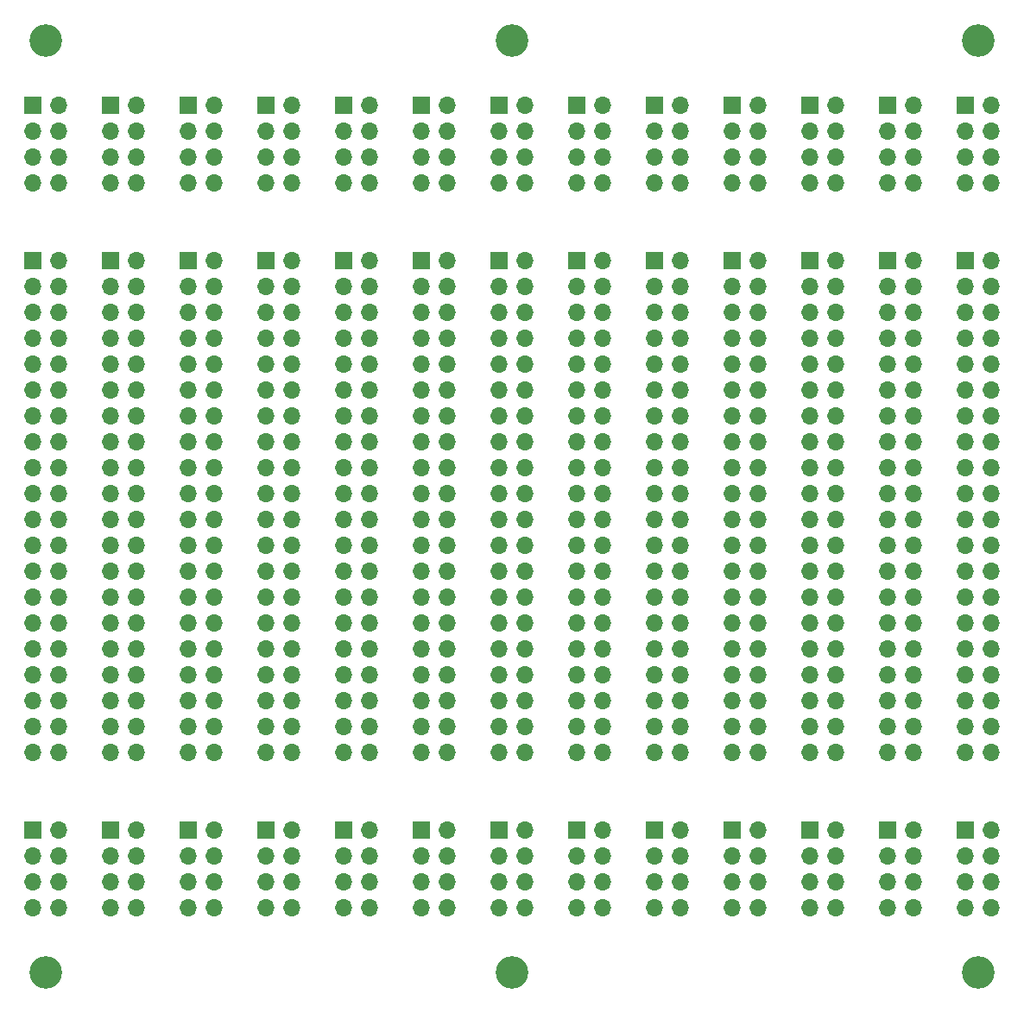
<source format=gbr>
%TF.GenerationSoftware,KiCad,Pcbnew,(5.1.9)-1*%
%TF.CreationDate,2021-05-23T10:03:25-04:00*%
%TF.ProjectId,main,6d61696e-2e6b-4696-9361-645f70636258,rev?*%
%TF.SameCoordinates,Original*%
%TF.FileFunction,Soldermask,Bot*%
%TF.FilePolarity,Negative*%
%FSLAX46Y46*%
G04 Gerber Fmt 4.6, Leading zero omitted, Abs format (unit mm)*
G04 Created by KiCad (PCBNEW (5.1.9)-1) date 2021-05-23 10:03:25*
%MOMM*%
%LPD*%
G01*
G04 APERTURE LIST*
%ADD10C,3.200000*%
%ADD11O,1.700000X1.700000*%
%ADD12R,1.700000X1.700000*%
G04 APERTURE END LIST*
D10*
%TO.C,H6*%
X69850000Y-16510000D03*
%TD*%
%TO.C,H5*%
X115570000Y-107950000D03*
%TD*%
%TO.C,H4*%
X115570000Y-16510000D03*
%TD*%
%TO.C,H3*%
X69850000Y-107950000D03*
%TD*%
%TO.C,H2*%
X24130000Y-16510000D03*
%TD*%
%TO.C,H1*%
X24130000Y-107950000D03*
%TD*%
D11*
%TO.C,J39*%
X116840000Y-101600000D03*
X114300000Y-101600000D03*
X116840000Y-99060000D03*
X114300000Y-99060000D03*
X116840000Y-96520000D03*
X114300000Y-96520000D03*
X116840000Y-93980000D03*
D12*
X114300000Y-93980000D03*
%TD*%
D11*
%TO.C,J38*%
X48260000Y-86360000D03*
X45720000Y-86360000D03*
X48260000Y-83820000D03*
X45720000Y-83820000D03*
X48260000Y-81280000D03*
X45720000Y-81280000D03*
X48260000Y-78740000D03*
X45720000Y-78740000D03*
X48260000Y-76200000D03*
X45720000Y-76200000D03*
X48260000Y-73660000D03*
X45720000Y-73660000D03*
X48260000Y-71120000D03*
X45720000Y-71120000D03*
X48260000Y-68580000D03*
X45720000Y-68580000D03*
X48260000Y-66040000D03*
X45720000Y-66040000D03*
X48260000Y-63500000D03*
X45720000Y-63500000D03*
X48260000Y-60960000D03*
X45720000Y-60960000D03*
X48260000Y-58420000D03*
X45720000Y-58420000D03*
X48260000Y-55880000D03*
X45720000Y-55880000D03*
X48260000Y-53340000D03*
X45720000Y-53340000D03*
X48260000Y-50800000D03*
X45720000Y-50800000D03*
X48260000Y-48260000D03*
X45720000Y-48260000D03*
X48260000Y-45720000D03*
X45720000Y-45720000D03*
X48260000Y-43180000D03*
X45720000Y-43180000D03*
X48260000Y-40640000D03*
X45720000Y-40640000D03*
X48260000Y-38100000D03*
D12*
X45720000Y-38100000D03*
%TD*%
D11*
%TO.C,J37*%
X116840000Y-30480000D03*
X114300000Y-30480000D03*
X116840000Y-27940000D03*
X114300000Y-27940000D03*
X116840000Y-25400000D03*
X114300000Y-25400000D03*
X116840000Y-22860000D03*
D12*
X114300000Y-22860000D03*
%TD*%
D11*
%TO.C,J29*%
X116840000Y-86360000D03*
X114300000Y-86360000D03*
X116840000Y-83820000D03*
X114300000Y-83820000D03*
X116840000Y-81280000D03*
X114300000Y-81280000D03*
X116840000Y-78740000D03*
X114300000Y-78740000D03*
X116840000Y-76200000D03*
X114300000Y-76200000D03*
X116840000Y-73660000D03*
X114300000Y-73660000D03*
X116840000Y-71120000D03*
X114300000Y-71120000D03*
X116840000Y-68580000D03*
X114300000Y-68580000D03*
X116840000Y-66040000D03*
X114300000Y-66040000D03*
X116840000Y-63500000D03*
X114300000Y-63500000D03*
X116840000Y-60960000D03*
X114300000Y-60960000D03*
X116840000Y-58420000D03*
X114300000Y-58420000D03*
X116840000Y-55880000D03*
X114300000Y-55880000D03*
X116840000Y-53340000D03*
X114300000Y-53340000D03*
X116840000Y-50800000D03*
X114300000Y-50800000D03*
X116840000Y-48260000D03*
X114300000Y-48260000D03*
X116840000Y-45720000D03*
X114300000Y-45720000D03*
X116840000Y-43180000D03*
X114300000Y-43180000D03*
X116840000Y-40640000D03*
X114300000Y-40640000D03*
X116840000Y-38100000D03*
D12*
X114300000Y-38100000D03*
%TD*%
D11*
%TO.C,J27*%
X63500000Y-86360000D03*
X60960000Y-86360000D03*
X63500000Y-83820000D03*
X60960000Y-83820000D03*
X63500000Y-81280000D03*
X60960000Y-81280000D03*
X63500000Y-78740000D03*
X60960000Y-78740000D03*
X63500000Y-76200000D03*
X60960000Y-76200000D03*
X63500000Y-73660000D03*
X60960000Y-73660000D03*
X63500000Y-71120000D03*
X60960000Y-71120000D03*
X63500000Y-68580000D03*
X60960000Y-68580000D03*
X63500000Y-66040000D03*
X60960000Y-66040000D03*
X63500000Y-63500000D03*
X60960000Y-63500000D03*
X63500000Y-60960000D03*
X60960000Y-60960000D03*
X63500000Y-58420000D03*
X60960000Y-58420000D03*
X63500000Y-55880000D03*
X60960000Y-55880000D03*
X63500000Y-53340000D03*
X60960000Y-53340000D03*
X63500000Y-50800000D03*
X60960000Y-50800000D03*
X63500000Y-48260000D03*
X60960000Y-48260000D03*
X63500000Y-45720000D03*
X60960000Y-45720000D03*
X63500000Y-43180000D03*
X60960000Y-43180000D03*
X63500000Y-40640000D03*
X60960000Y-40640000D03*
X63500000Y-38100000D03*
D12*
X60960000Y-38100000D03*
%TD*%
D11*
%TO.C,J35*%
X55880000Y-101600000D03*
X53340000Y-101600000D03*
X55880000Y-99060000D03*
X53340000Y-99060000D03*
X55880000Y-96520000D03*
X53340000Y-96520000D03*
X55880000Y-93980000D03*
D12*
X53340000Y-93980000D03*
%TD*%
D11*
%TO.C,J36*%
X40640000Y-101600000D03*
X38100000Y-101600000D03*
X40640000Y-99060000D03*
X38100000Y-99060000D03*
X40640000Y-96520000D03*
X38100000Y-96520000D03*
X40640000Y-93980000D03*
D12*
X38100000Y-93980000D03*
%TD*%
D11*
%TO.C,J34*%
X63500000Y-101600000D03*
X60960000Y-101600000D03*
X63500000Y-99060000D03*
X60960000Y-99060000D03*
X63500000Y-96520000D03*
X60960000Y-96520000D03*
X63500000Y-93980000D03*
D12*
X60960000Y-93980000D03*
%TD*%
D11*
%TO.C,J33*%
X86360000Y-101600000D03*
X83820000Y-101600000D03*
X86360000Y-99060000D03*
X83820000Y-99060000D03*
X86360000Y-96520000D03*
X83820000Y-96520000D03*
X86360000Y-93980000D03*
D12*
X83820000Y-93980000D03*
%TD*%
D11*
%TO.C,J32*%
X101600000Y-101600000D03*
X99060000Y-101600000D03*
X101600000Y-99060000D03*
X99060000Y-99060000D03*
X101600000Y-96520000D03*
X99060000Y-96520000D03*
X101600000Y-93980000D03*
D12*
X99060000Y-93980000D03*
%TD*%
D11*
%TO.C,J31*%
X71120000Y-101600000D03*
X68580000Y-101600000D03*
X71120000Y-99060000D03*
X68580000Y-99060000D03*
X71120000Y-96520000D03*
X68580000Y-96520000D03*
X71120000Y-93980000D03*
D12*
X68580000Y-93980000D03*
%TD*%
D11*
%TO.C,J30*%
X101600000Y-86360000D03*
X99060000Y-86360000D03*
X101600000Y-83820000D03*
X99060000Y-83820000D03*
X101600000Y-81280000D03*
X99060000Y-81280000D03*
X101600000Y-78740000D03*
X99060000Y-78740000D03*
X101600000Y-76200000D03*
X99060000Y-76200000D03*
X101600000Y-73660000D03*
X99060000Y-73660000D03*
X101600000Y-71120000D03*
X99060000Y-71120000D03*
X101600000Y-68580000D03*
X99060000Y-68580000D03*
X101600000Y-66040000D03*
X99060000Y-66040000D03*
X101600000Y-63500000D03*
X99060000Y-63500000D03*
X101600000Y-60960000D03*
X99060000Y-60960000D03*
X101600000Y-58420000D03*
X99060000Y-58420000D03*
X101600000Y-55880000D03*
X99060000Y-55880000D03*
X101600000Y-53340000D03*
X99060000Y-53340000D03*
X101600000Y-50800000D03*
X99060000Y-50800000D03*
X101600000Y-48260000D03*
X99060000Y-48260000D03*
X101600000Y-45720000D03*
X99060000Y-45720000D03*
X101600000Y-43180000D03*
X99060000Y-43180000D03*
X101600000Y-40640000D03*
X99060000Y-40640000D03*
X101600000Y-38100000D03*
D12*
X99060000Y-38100000D03*
%TD*%
D11*
%TO.C,J28*%
X78740000Y-86360000D03*
X76200000Y-86360000D03*
X78740000Y-83820000D03*
X76200000Y-83820000D03*
X78740000Y-81280000D03*
X76200000Y-81280000D03*
X78740000Y-78740000D03*
X76200000Y-78740000D03*
X78740000Y-76200000D03*
X76200000Y-76200000D03*
X78740000Y-73660000D03*
X76200000Y-73660000D03*
X78740000Y-71120000D03*
X76200000Y-71120000D03*
X78740000Y-68580000D03*
X76200000Y-68580000D03*
X78740000Y-66040000D03*
X76200000Y-66040000D03*
X78740000Y-63500000D03*
X76200000Y-63500000D03*
X78740000Y-60960000D03*
X76200000Y-60960000D03*
X78740000Y-58420000D03*
X76200000Y-58420000D03*
X78740000Y-55880000D03*
X76200000Y-55880000D03*
X78740000Y-53340000D03*
X76200000Y-53340000D03*
X78740000Y-50800000D03*
X76200000Y-50800000D03*
X78740000Y-48260000D03*
X76200000Y-48260000D03*
X78740000Y-45720000D03*
X76200000Y-45720000D03*
X78740000Y-43180000D03*
X76200000Y-43180000D03*
X78740000Y-40640000D03*
X76200000Y-40640000D03*
X78740000Y-38100000D03*
D12*
X76200000Y-38100000D03*
%TD*%
D11*
%TO.C,J26*%
X109220000Y-86360000D03*
X106680000Y-86360000D03*
X109220000Y-83820000D03*
X106680000Y-83820000D03*
X109220000Y-81280000D03*
X106680000Y-81280000D03*
X109220000Y-78740000D03*
X106680000Y-78740000D03*
X109220000Y-76200000D03*
X106680000Y-76200000D03*
X109220000Y-73660000D03*
X106680000Y-73660000D03*
X109220000Y-71120000D03*
X106680000Y-71120000D03*
X109220000Y-68580000D03*
X106680000Y-68580000D03*
X109220000Y-66040000D03*
X106680000Y-66040000D03*
X109220000Y-63500000D03*
X106680000Y-63500000D03*
X109220000Y-60960000D03*
X106680000Y-60960000D03*
X109220000Y-58420000D03*
X106680000Y-58420000D03*
X109220000Y-55880000D03*
X106680000Y-55880000D03*
X109220000Y-53340000D03*
X106680000Y-53340000D03*
X109220000Y-50800000D03*
X106680000Y-50800000D03*
X109220000Y-48260000D03*
X106680000Y-48260000D03*
X109220000Y-45720000D03*
X106680000Y-45720000D03*
X109220000Y-43180000D03*
X106680000Y-43180000D03*
X109220000Y-40640000D03*
X106680000Y-40640000D03*
X109220000Y-38100000D03*
D12*
X106680000Y-38100000D03*
%TD*%
D11*
%TO.C,J25*%
X86360000Y-86360000D03*
X83820000Y-86360000D03*
X86360000Y-83820000D03*
X83820000Y-83820000D03*
X86360000Y-81280000D03*
X83820000Y-81280000D03*
X86360000Y-78740000D03*
X83820000Y-78740000D03*
X86360000Y-76200000D03*
X83820000Y-76200000D03*
X86360000Y-73660000D03*
X83820000Y-73660000D03*
X86360000Y-71120000D03*
X83820000Y-71120000D03*
X86360000Y-68580000D03*
X83820000Y-68580000D03*
X86360000Y-66040000D03*
X83820000Y-66040000D03*
X86360000Y-63500000D03*
X83820000Y-63500000D03*
X86360000Y-60960000D03*
X83820000Y-60960000D03*
X86360000Y-58420000D03*
X83820000Y-58420000D03*
X86360000Y-55880000D03*
X83820000Y-55880000D03*
X86360000Y-53340000D03*
X83820000Y-53340000D03*
X86360000Y-50800000D03*
X83820000Y-50800000D03*
X86360000Y-48260000D03*
X83820000Y-48260000D03*
X86360000Y-45720000D03*
X83820000Y-45720000D03*
X86360000Y-43180000D03*
X83820000Y-43180000D03*
X86360000Y-40640000D03*
X83820000Y-40640000D03*
X86360000Y-38100000D03*
D12*
X83820000Y-38100000D03*
%TD*%
D11*
%TO.C,J24*%
X63500000Y-30480000D03*
X60960000Y-30480000D03*
X63500000Y-27940000D03*
X60960000Y-27940000D03*
X63500000Y-25400000D03*
X60960000Y-25400000D03*
X63500000Y-22860000D03*
D12*
X60960000Y-22860000D03*
%TD*%
D11*
%TO.C,J23*%
X101600000Y-30480000D03*
X99060000Y-30480000D03*
X101600000Y-27940000D03*
X99060000Y-27940000D03*
X101600000Y-25400000D03*
X99060000Y-25400000D03*
X101600000Y-22860000D03*
D12*
X99060000Y-22860000D03*
%TD*%
D11*
%TO.C,J22*%
X86360000Y-30480000D03*
X83820000Y-30480000D03*
X86360000Y-27940000D03*
X83820000Y-27940000D03*
X86360000Y-25400000D03*
X83820000Y-25400000D03*
X86360000Y-22860000D03*
D12*
X83820000Y-22860000D03*
%TD*%
D11*
%TO.C,J21*%
X109220000Y-30480000D03*
X106680000Y-30480000D03*
X109220000Y-27940000D03*
X106680000Y-27940000D03*
X109220000Y-25400000D03*
X106680000Y-25400000D03*
X109220000Y-22860000D03*
D12*
X106680000Y-22860000D03*
%TD*%
D11*
%TO.C,J20*%
X48260000Y-30480000D03*
X45720000Y-30480000D03*
X48260000Y-27940000D03*
X45720000Y-27940000D03*
X48260000Y-25400000D03*
X45720000Y-25400000D03*
X48260000Y-22860000D03*
D12*
X45720000Y-22860000D03*
%TD*%
D11*
%TO.C,J19*%
X33020000Y-30480000D03*
X30480000Y-30480000D03*
X33020000Y-27940000D03*
X30480000Y-27940000D03*
X33020000Y-25400000D03*
X30480000Y-25400000D03*
X33020000Y-22860000D03*
D12*
X30480000Y-22860000D03*
%TD*%
D11*
%TO.C,J18*%
X48260000Y-101600000D03*
X45720000Y-101600000D03*
X48260000Y-99060000D03*
X45720000Y-99060000D03*
X48260000Y-96520000D03*
X45720000Y-96520000D03*
X48260000Y-93980000D03*
D12*
X45720000Y-93980000D03*
%TD*%
D11*
%TO.C,J17*%
X33020000Y-101600000D03*
X30480000Y-101600000D03*
X33020000Y-99060000D03*
X30480000Y-99060000D03*
X33020000Y-96520000D03*
X30480000Y-96520000D03*
X33020000Y-93980000D03*
D12*
X30480000Y-93980000D03*
%TD*%
D11*
%TO.C,J16*%
X109220000Y-101600000D03*
X106680000Y-101600000D03*
X109220000Y-99060000D03*
X106680000Y-99060000D03*
X109220000Y-96520000D03*
X106680000Y-96520000D03*
X109220000Y-93980000D03*
D12*
X106680000Y-93980000D03*
%TD*%
D11*
%TO.C,J15*%
X93980000Y-101600000D03*
X91440000Y-101600000D03*
X93980000Y-99060000D03*
X91440000Y-99060000D03*
X93980000Y-96520000D03*
X91440000Y-96520000D03*
X93980000Y-93980000D03*
D12*
X91440000Y-93980000D03*
%TD*%
D11*
%TO.C,J14*%
X78740000Y-101600000D03*
X76200000Y-101600000D03*
X78740000Y-99060000D03*
X76200000Y-99060000D03*
X78740000Y-96520000D03*
X76200000Y-96520000D03*
X78740000Y-93980000D03*
D12*
X76200000Y-93980000D03*
%TD*%
D11*
%TO.C,J13*%
X55880000Y-86360000D03*
X53340000Y-86360000D03*
X55880000Y-83820000D03*
X53340000Y-83820000D03*
X55880000Y-81280000D03*
X53340000Y-81280000D03*
X55880000Y-78740000D03*
X53340000Y-78740000D03*
X55880000Y-76200000D03*
X53340000Y-76200000D03*
X55880000Y-73660000D03*
X53340000Y-73660000D03*
X55880000Y-71120000D03*
X53340000Y-71120000D03*
X55880000Y-68580000D03*
X53340000Y-68580000D03*
X55880000Y-66040000D03*
X53340000Y-66040000D03*
X55880000Y-63500000D03*
X53340000Y-63500000D03*
X55880000Y-60960000D03*
X53340000Y-60960000D03*
X55880000Y-58420000D03*
X53340000Y-58420000D03*
X55880000Y-55880000D03*
X53340000Y-55880000D03*
X55880000Y-53340000D03*
X53340000Y-53340000D03*
X55880000Y-50800000D03*
X53340000Y-50800000D03*
X55880000Y-48260000D03*
X53340000Y-48260000D03*
X55880000Y-45720000D03*
X53340000Y-45720000D03*
X55880000Y-43180000D03*
X53340000Y-43180000D03*
X55880000Y-40640000D03*
X53340000Y-40640000D03*
X55880000Y-38100000D03*
D12*
X53340000Y-38100000D03*
%TD*%
D11*
%TO.C,J12*%
X40640000Y-86360000D03*
X38100000Y-86360000D03*
X40640000Y-83820000D03*
X38100000Y-83820000D03*
X40640000Y-81280000D03*
X38100000Y-81280000D03*
X40640000Y-78740000D03*
X38100000Y-78740000D03*
X40640000Y-76200000D03*
X38100000Y-76200000D03*
X40640000Y-73660000D03*
X38100000Y-73660000D03*
X40640000Y-71120000D03*
X38100000Y-71120000D03*
X40640000Y-68580000D03*
X38100000Y-68580000D03*
X40640000Y-66040000D03*
X38100000Y-66040000D03*
X40640000Y-63500000D03*
X38100000Y-63500000D03*
X40640000Y-60960000D03*
X38100000Y-60960000D03*
X40640000Y-58420000D03*
X38100000Y-58420000D03*
X40640000Y-55880000D03*
X38100000Y-55880000D03*
X40640000Y-53340000D03*
X38100000Y-53340000D03*
X40640000Y-50800000D03*
X38100000Y-50800000D03*
X40640000Y-48260000D03*
X38100000Y-48260000D03*
X40640000Y-45720000D03*
X38100000Y-45720000D03*
X40640000Y-43180000D03*
X38100000Y-43180000D03*
X40640000Y-40640000D03*
X38100000Y-40640000D03*
X40640000Y-38100000D03*
D12*
X38100000Y-38100000D03*
%TD*%
D11*
%TO.C,J11*%
X71120000Y-86360000D03*
X68580000Y-86360000D03*
X71120000Y-83820000D03*
X68580000Y-83820000D03*
X71120000Y-81280000D03*
X68580000Y-81280000D03*
X71120000Y-78740000D03*
X68580000Y-78740000D03*
X71120000Y-76200000D03*
X68580000Y-76200000D03*
X71120000Y-73660000D03*
X68580000Y-73660000D03*
X71120000Y-71120000D03*
X68580000Y-71120000D03*
X71120000Y-68580000D03*
X68580000Y-68580000D03*
X71120000Y-66040000D03*
X68580000Y-66040000D03*
X71120000Y-63500000D03*
X68580000Y-63500000D03*
X71120000Y-60960000D03*
X68580000Y-60960000D03*
X71120000Y-58420000D03*
X68580000Y-58420000D03*
X71120000Y-55880000D03*
X68580000Y-55880000D03*
X71120000Y-53340000D03*
X68580000Y-53340000D03*
X71120000Y-50800000D03*
X68580000Y-50800000D03*
X71120000Y-48260000D03*
X68580000Y-48260000D03*
X71120000Y-45720000D03*
X68580000Y-45720000D03*
X71120000Y-43180000D03*
X68580000Y-43180000D03*
X71120000Y-40640000D03*
X68580000Y-40640000D03*
X71120000Y-38100000D03*
D12*
X68580000Y-38100000D03*
%TD*%
D11*
%TO.C,J10*%
X33020000Y-86360000D03*
X30480000Y-86360000D03*
X33020000Y-83820000D03*
X30480000Y-83820000D03*
X33020000Y-81280000D03*
X30480000Y-81280000D03*
X33020000Y-78740000D03*
X30480000Y-78740000D03*
X33020000Y-76200000D03*
X30480000Y-76200000D03*
X33020000Y-73660000D03*
X30480000Y-73660000D03*
X33020000Y-71120000D03*
X30480000Y-71120000D03*
X33020000Y-68580000D03*
X30480000Y-68580000D03*
X33020000Y-66040000D03*
X30480000Y-66040000D03*
X33020000Y-63500000D03*
X30480000Y-63500000D03*
X33020000Y-60960000D03*
X30480000Y-60960000D03*
X33020000Y-58420000D03*
X30480000Y-58420000D03*
X33020000Y-55880000D03*
X30480000Y-55880000D03*
X33020000Y-53340000D03*
X30480000Y-53340000D03*
X33020000Y-50800000D03*
X30480000Y-50800000D03*
X33020000Y-48260000D03*
X30480000Y-48260000D03*
X33020000Y-45720000D03*
X30480000Y-45720000D03*
X33020000Y-43180000D03*
X30480000Y-43180000D03*
X33020000Y-40640000D03*
X30480000Y-40640000D03*
X33020000Y-38100000D03*
D12*
X30480000Y-38100000D03*
%TD*%
D11*
%TO.C,J9*%
X93980000Y-86360000D03*
X91440000Y-86360000D03*
X93980000Y-83820000D03*
X91440000Y-83820000D03*
X93980000Y-81280000D03*
X91440000Y-81280000D03*
X93980000Y-78740000D03*
X91440000Y-78740000D03*
X93980000Y-76200000D03*
X91440000Y-76200000D03*
X93980000Y-73660000D03*
X91440000Y-73660000D03*
X93980000Y-71120000D03*
X91440000Y-71120000D03*
X93980000Y-68580000D03*
X91440000Y-68580000D03*
X93980000Y-66040000D03*
X91440000Y-66040000D03*
X93980000Y-63500000D03*
X91440000Y-63500000D03*
X93980000Y-60960000D03*
X91440000Y-60960000D03*
X93980000Y-58420000D03*
X91440000Y-58420000D03*
X93980000Y-55880000D03*
X91440000Y-55880000D03*
X93980000Y-53340000D03*
X91440000Y-53340000D03*
X93980000Y-50800000D03*
X91440000Y-50800000D03*
X93980000Y-48260000D03*
X91440000Y-48260000D03*
X93980000Y-45720000D03*
X91440000Y-45720000D03*
X93980000Y-43180000D03*
X91440000Y-43180000D03*
X93980000Y-40640000D03*
X91440000Y-40640000D03*
X93980000Y-38100000D03*
D12*
X91440000Y-38100000D03*
%TD*%
D11*
%TO.C,J8*%
X71120000Y-30480000D03*
X68580000Y-30480000D03*
X71120000Y-27940000D03*
X68580000Y-27940000D03*
X71120000Y-25400000D03*
X68580000Y-25400000D03*
X71120000Y-22860000D03*
D12*
X68580000Y-22860000D03*
%TD*%
D11*
%TO.C,J7*%
X93980000Y-30480000D03*
X91440000Y-30480000D03*
X93980000Y-27940000D03*
X91440000Y-27940000D03*
X93980000Y-25400000D03*
X91440000Y-25400000D03*
X93980000Y-22860000D03*
D12*
X91440000Y-22860000D03*
%TD*%
D11*
%TO.C,J6*%
X40640000Y-30480000D03*
X38100000Y-30480000D03*
X40640000Y-27940000D03*
X38100000Y-27940000D03*
X40640000Y-25400000D03*
X38100000Y-25400000D03*
X40640000Y-22860000D03*
D12*
X38100000Y-22860000D03*
%TD*%
D11*
%TO.C,J5*%
X55880000Y-30480000D03*
X53340000Y-30480000D03*
X55880000Y-27940000D03*
X53340000Y-27940000D03*
X55880000Y-25400000D03*
X53340000Y-25400000D03*
X55880000Y-22860000D03*
D12*
X53340000Y-22860000D03*
%TD*%
D11*
%TO.C,J4*%
X78740000Y-30480000D03*
X76200000Y-30480000D03*
X78740000Y-27940000D03*
X76200000Y-27940000D03*
X78740000Y-25400000D03*
X76200000Y-25400000D03*
X78740000Y-22860000D03*
D12*
X76200000Y-22860000D03*
%TD*%
%TO.C,J2*%
X22860000Y-22860000D03*
D11*
X25400000Y-22860000D03*
X22860000Y-25400000D03*
X25400000Y-25400000D03*
X22860000Y-27940000D03*
X25400000Y-27940000D03*
X22860000Y-30480000D03*
X25400000Y-30480000D03*
%TD*%
%TO.C,J1*%
X25400000Y-101600000D03*
X22860000Y-101600000D03*
X25400000Y-99060000D03*
X22860000Y-99060000D03*
X25400000Y-96520000D03*
X22860000Y-96520000D03*
X25400000Y-93980000D03*
D12*
X22860000Y-93980000D03*
%TD*%
D11*
%TO.C,J3*%
X25400000Y-86360000D03*
X22860000Y-86360000D03*
X25400000Y-83820000D03*
X22860000Y-83820000D03*
X25400000Y-81280000D03*
X22860000Y-81280000D03*
X25400000Y-78740000D03*
X22860000Y-78740000D03*
X25400000Y-76200000D03*
X22860000Y-76200000D03*
X25400000Y-73660000D03*
X22860000Y-73660000D03*
X25400000Y-71120000D03*
X22860000Y-71120000D03*
X25400000Y-68580000D03*
X22860000Y-68580000D03*
X25400000Y-66040000D03*
X22860000Y-66040000D03*
X25400000Y-63500000D03*
X22860000Y-63500000D03*
X25400000Y-60960000D03*
X22860000Y-60960000D03*
X25400000Y-58420000D03*
X22860000Y-58420000D03*
X25400000Y-55880000D03*
X22860000Y-55880000D03*
X25400000Y-53340000D03*
X22860000Y-53340000D03*
X25400000Y-50800000D03*
X22860000Y-50800000D03*
X25400000Y-48260000D03*
X22860000Y-48260000D03*
X25400000Y-45720000D03*
X22860000Y-45720000D03*
X25400000Y-43180000D03*
X22860000Y-43180000D03*
X25400000Y-40640000D03*
X22860000Y-40640000D03*
X25400000Y-38100000D03*
D12*
X22860000Y-38100000D03*
%TD*%
M02*

</source>
